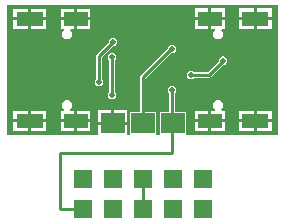
<source format=gbl>
G04*
G04 #@! TF.GenerationSoftware,Altium Limited,Altium Designer,18.1.7 (191)*
G04*
G04 Layer_Physical_Order=2*
G04 Layer_Color=16711680*
%FSLAX44Y44*%
%MOMM*%
G71*
G01*
G75*
%ADD23C,0.2540*%
%ADD24R,1.6000X1.6000*%
%ADD25R,2.0000X1.8000*%
%ADD26R,2.0000X1.2000*%
%ADD27R,2.3000X1.2000*%
%ADD28C,0.5080*%
G36*
X1355000Y375000D02*
X1276400D01*
Y395000D01*
X1267315D01*
Y410289D01*
X1267552Y410448D01*
X1268335Y411619D01*
X1268609Y413000D01*
X1268335Y414381D01*
X1267552Y415552D01*
X1266381Y416335D01*
X1265000Y416609D01*
X1263619Y416335D01*
X1262448Y415552D01*
X1261665Y414381D01*
X1261391Y413000D01*
X1261665Y411619D01*
X1262448Y410448D01*
X1262685Y410289D01*
Y395000D01*
X1254400D01*
Y375000D01*
X1251000D01*
Y395000D01*
X1242234D01*
Y422961D01*
X1263885Y444612D01*
X1265000Y444391D01*
X1266381Y444665D01*
X1267552Y445448D01*
X1268335Y446619D01*
X1268609Y448000D01*
X1268335Y449381D01*
X1267552Y450552D01*
X1266381Y451335D01*
X1265000Y451609D01*
X1263619Y451335D01*
X1262448Y450552D01*
X1261665Y449381D01*
X1261555Y448829D01*
X1238283Y425557D01*
X1237782Y424806D01*
X1237606Y423920D01*
Y395000D01*
X1229000D01*
Y375000D01*
X1227140D01*
Y383730D01*
X1202060D01*
Y375000D01*
X1125000D01*
Y485000D01*
X1355000D01*
Y375000D01*
D02*
G37*
%LPC*%
G36*
X1349470Y482250D02*
X1336700D01*
Y474980D01*
X1349470D01*
Y482250D01*
D02*
G37*
G36*
X1309370D02*
X1298100D01*
Y474980D01*
X1309370D01*
Y482250D01*
D02*
G37*
G36*
X1295560D02*
X1284290D01*
Y474980D01*
X1295560D01*
Y482250D01*
D02*
G37*
G36*
X1334160D02*
X1321390D01*
Y474980D01*
X1334160D01*
Y482250D01*
D02*
G37*
G36*
X1195710Y482150D02*
X1184440D01*
Y474880D01*
X1195710D01*
Y482150D01*
D02*
G37*
G36*
X1181900D02*
X1170630D01*
Y474880D01*
X1181900D01*
Y482150D01*
D02*
G37*
G36*
X1158610D02*
X1145840D01*
Y474880D01*
X1158610D01*
Y482150D01*
D02*
G37*
G36*
X1143300D02*
X1130530D01*
Y474880D01*
X1143300D01*
Y482150D01*
D02*
G37*
G36*
X1349470Y472440D02*
X1336700D01*
Y465170D01*
X1349470D01*
Y472440D01*
D02*
G37*
G36*
X1334160D02*
X1321390D01*
Y465170D01*
X1334160D01*
Y472440D01*
D02*
G37*
G36*
X1295560D02*
X1284290D01*
Y465170D01*
X1295560D01*
Y472440D01*
D02*
G37*
G36*
X1195710Y472340D02*
X1184440D01*
Y465070D01*
X1195710D01*
Y472340D01*
D02*
G37*
G36*
X1158610D02*
X1145840D01*
Y465070D01*
X1158610D01*
Y472340D01*
D02*
G37*
G36*
X1143300D02*
X1130530D01*
Y465070D01*
X1143300D01*
Y472340D01*
D02*
G37*
G36*
X1181900D02*
X1170630D01*
Y465070D01*
X1173038D01*
X1173424Y463800D01*
X1172936Y463474D01*
X1171997Y462068D01*
X1171667Y460410D01*
X1171997Y458752D01*
X1172936Y457346D01*
X1174342Y456407D01*
X1176000Y456077D01*
X1177658Y456407D01*
X1179064Y457346D01*
X1180003Y458752D01*
X1180333Y460410D01*
X1180003Y462068D01*
X1179064Y463474D01*
X1178576Y463800D01*
X1178962Y465070D01*
X1181900D01*
Y472340D01*
D02*
G37*
G36*
X1309370Y472440D02*
X1298100D01*
Y465170D01*
X1301188D01*
X1301573Y463900D01*
X1300936Y463474D01*
X1299996Y462068D01*
X1299667Y460410D01*
X1299996Y458752D01*
X1300936Y457346D01*
X1302342Y456407D01*
X1304000Y456077D01*
X1305658Y456407D01*
X1307064Y457346D01*
X1308003Y458752D01*
X1308333Y460410D01*
X1308003Y462068D01*
X1307064Y463474D01*
X1306427Y463900D01*
X1306812Y465170D01*
X1309370D01*
Y472440D01*
D02*
G37*
G36*
X1215000Y457609D02*
X1213619Y457335D01*
X1212448Y456552D01*
X1211665Y455381D01*
X1211391Y454000D01*
X1211446Y453720D01*
X1201363Y443637D01*
X1200862Y442886D01*
X1200686Y442000D01*
Y422711D01*
X1200448Y422552D01*
X1199665Y421381D01*
X1199391Y420000D01*
X1199665Y418619D01*
X1200448Y417448D01*
X1201619Y416665D01*
X1203000Y416391D01*
X1204381Y416665D01*
X1205552Y417448D01*
X1206335Y418619D01*
X1206609Y420000D01*
X1206335Y421381D01*
X1205552Y422552D01*
X1205314Y422711D01*
Y441041D01*
X1214720Y450446D01*
X1215000Y450391D01*
X1216381Y450665D01*
X1217552Y451448D01*
X1218335Y452619D01*
X1218609Y454000D01*
X1218335Y455381D01*
X1217552Y456552D01*
X1216381Y457335D01*
X1215000Y457609D01*
D02*
G37*
G36*
X1308000Y441609D02*
X1306619Y441335D01*
X1305448Y440552D01*
X1304665Y439381D01*
X1304391Y438000D01*
X1304446Y437720D01*
X1295041Y428315D01*
X1283711D01*
X1283552Y428552D01*
X1282381Y429335D01*
X1281000Y429609D01*
X1279619Y429335D01*
X1278448Y428552D01*
X1277665Y427381D01*
X1277391Y426000D01*
X1277665Y424619D01*
X1278448Y423448D01*
X1279619Y422665D01*
X1281000Y422391D01*
X1282381Y422665D01*
X1283552Y423448D01*
X1283711Y423685D01*
X1296000D01*
X1296886Y423862D01*
X1297637Y424363D01*
X1307720Y434446D01*
X1308000Y434391D01*
X1309381Y434665D01*
X1310552Y435448D01*
X1311335Y436619D01*
X1311609Y438000D01*
X1311335Y439381D01*
X1310552Y440552D01*
X1309381Y441335D01*
X1308000Y441609D01*
D02*
G37*
G36*
X1214000Y444609D02*
X1212619Y444335D01*
X1211448Y443552D01*
X1210665Y442381D01*
X1210391Y441000D01*
X1210665Y439619D01*
X1211448Y438448D01*
X1211685Y438289D01*
Y411711D01*
X1211448Y411552D01*
X1210665Y410381D01*
X1210391Y409000D01*
X1210665Y407619D01*
X1211448Y406448D01*
X1212619Y405665D01*
X1214000Y405391D01*
X1215381Y405665D01*
X1216552Y406448D01*
X1217335Y407619D01*
X1217609Y409000D01*
X1217335Y410381D01*
X1216552Y411552D01*
X1216314Y411711D01*
Y438289D01*
X1216552Y438448D01*
X1217335Y439619D01*
X1217609Y441000D01*
X1217335Y442381D01*
X1216552Y443552D01*
X1215381Y444335D01*
X1214000Y444609D01*
D02*
G37*
G36*
X1349470Y395750D02*
X1336700D01*
Y388480D01*
X1349470D01*
Y395750D01*
D02*
G37*
G36*
X1304000Y404743D02*
X1302342Y404413D01*
X1300936Y403474D01*
X1299996Y402068D01*
X1299667Y400410D01*
X1299996Y398752D01*
X1300936Y397346D01*
X1301424Y397020D01*
X1301038Y395750D01*
X1298100D01*
Y388480D01*
X1309370D01*
Y395750D01*
X1306962D01*
X1306576Y397020D01*
X1307064Y397346D01*
X1308003Y398752D01*
X1308333Y400410D01*
X1308003Y402068D01*
X1307064Y403474D01*
X1305658Y404413D01*
X1304000Y404743D01*
D02*
G37*
G36*
X1295560Y395750D02*
X1284290D01*
Y388480D01*
X1295560D01*
Y395750D01*
D02*
G37*
G36*
X1334160D02*
X1321390D01*
Y388480D01*
X1334160D01*
Y395750D01*
D02*
G37*
G36*
X1195710Y395650D02*
X1184440D01*
Y388380D01*
X1195710D01*
Y395650D01*
D02*
G37*
G36*
X1176000Y404743D02*
X1174342Y404413D01*
X1172936Y403474D01*
X1171997Y402068D01*
X1171667Y400410D01*
X1171997Y398752D01*
X1172936Y397346D01*
X1173573Y396920D01*
X1173188Y395650D01*
X1170630D01*
Y388380D01*
X1181900D01*
Y395650D01*
X1178812D01*
X1178427Y396920D01*
X1179064Y397346D01*
X1180003Y398752D01*
X1180333Y400410D01*
X1180003Y402068D01*
X1179064Y403474D01*
X1177658Y404413D01*
X1176000Y404743D01*
D02*
G37*
G36*
X1158610Y395650D02*
X1145840D01*
Y388380D01*
X1158610D01*
Y395650D01*
D02*
G37*
G36*
X1143300D02*
X1130530D01*
Y388380D01*
X1143300D01*
Y395650D01*
D02*
G37*
G36*
X1227140Y396540D02*
X1215870D01*
Y386270D01*
X1227140D01*
Y396540D01*
D02*
G37*
G36*
X1213330D02*
X1202060D01*
Y386270D01*
X1213330D01*
Y396540D01*
D02*
G37*
G36*
X1349470Y385940D02*
X1336700D01*
Y378670D01*
X1349470D01*
Y385940D01*
D02*
G37*
G36*
X1334160D02*
X1321390D01*
Y378670D01*
X1334160D01*
Y385940D01*
D02*
G37*
G36*
X1309370D02*
X1298100D01*
Y378670D01*
X1309370D01*
Y385940D01*
D02*
G37*
G36*
X1295560D02*
X1284290D01*
Y378670D01*
X1295560D01*
Y385940D01*
D02*
G37*
G36*
X1195710Y385840D02*
X1184440D01*
Y378570D01*
X1195710D01*
Y385840D01*
D02*
G37*
G36*
X1181900D02*
X1170630D01*
Y378570D01*
X1181900D01*
Y385840D01*
D02*
G37*
G36*
X1158610D02*
X1145840D01*
Y378570D01*
X1158610D01*
Y385840D01*
D02*
G37*
G36*
X1143300D02*
X1130530D01*
Y378570D01*
X1143300D01*
Y385840D01*
D02*
G37*
%LPD*%
D23*
X1170000Y360000D02*
X1265000D01*
X1170000Y312300D02*
Y360000D01*
X1265000Y385000D02*
X1266000Y384000D01*
X1265000Y360000D02*
Y380000D01*
X1170000Y312300D02*
X1189200D01*
X1240000D02*
Y337700D01*
X1265000Y385000D02*
Y413000D01*
X1265000Y385000D02*
X1265000Y385000D01*
X1214000Y409000D02*
Y441000D01*
X1203000Y420000D02*
X1203000Y420000D01*
X1214000Y441000D02*
Y442000D01*
X1203000Y420000D02*
Y442000D01*
X1215000Y454000D01*
X1296000Y426000D02*
X1308000Y438000D01*
X1281000Y426000D02*
X1296000D01*
X1264000Y448000D02*
X1265000D01*
X1239920Y423920D02*
X1264000Y448000D01*
X1239920Y385080D02*
Y423920D01*
Y385080D02*
X1240000Y385000D01*
D24*
X1189200Y337700D02*
D03*
X1214600D02*
D03*
X1240000D02*
D03*
X1265400D02*
D03*
X1290800D02*
D03*
Y312300D02*
D03*
X1265400D02*
D03*
X1240000D02*
D03*
X1214600D02*
D03*
X1189200D02*
D03*
D25*
X1265400Y385000D02*
D03*
X1240000D02*
D03*
X1214600D02*
D03*
D26*
X1296830Y473710D02*
D03*
Y387210D02*
D03*
X1183170Y387110D02*
D03*
Y473610D02*
D03*
D27*
X1335430Y473710D02*
D03*
Y387210D02*
D03*
X1144570Y387110D02*
D03*
Y473610D02*
D03*
D28*
X1265000Y413000D02*
D03*
X1214000Y409000D02*
D03*
X1203000Y420000D02*
D03*
X1214000Y441000D02*
D03*
X1215000Y454000D02*
D03*
X1308000Y438000D02*
D03*
X1265000Y448000D02*
D03*
X1281000Y426000D02*
D03*
M02*

</source>
